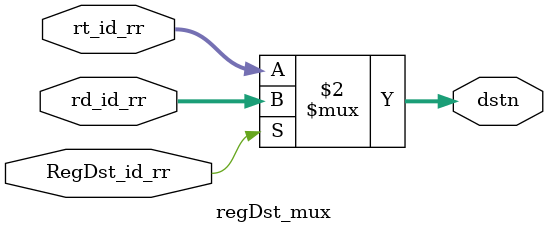
<source format=v>
`timescale 1ns / 1ps
module regDst_mux(input [4:0] rd_id_rr,input [4:0] rt_id_rr , input RegDst_id_rr, output reg [4:0] dstn); // all modules reqiring mcu signals has to input mcl of previous pipeline

always@(*)
begin
dstn<= RegDst_id_rr? rd_id_rr : rt_id_rr;
end
endmodule

</source>
